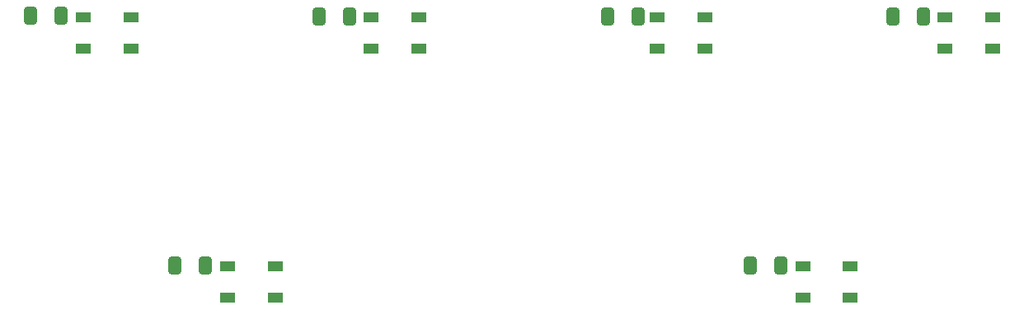
<source format=gtp>
G04 #@! TF.GenerationSoftware,KiCad,Pcbnew,7.0.7*
G04 #@! TF.CreationDate,2024-03-19T10:03:33+01:00*
G04 #@! TF.ProjectId,Poly_UA_controller_6enc_4sw,506f6c79-5f55-4415-9f63-6f6e74726f6c,rev?*
G04 #@! TF.SameCoordinates,Original*
G04 #@! TF.FileFunction,Paste,Top*
G04 #@! TF.FilePolarity,Positive*
%FSLAX46Y46*%
G04 Gerber Fmt 4.6, Leading zero omitted, Abs format (unit mm)*
G04 Created by KiCad (PCBNEW 7.0.7) date 2024-03-19 10:03:33*
%MOMM*%
%LPD*%
G01*
G04 APERTURE LIST*
G04 Aperture macros list*
%AMRoundRect*
0 Rectangle with rounded corners*
0 $1 Rounding radius*
0 $2 $3 $4 $5 $6 $7 $8 $9 X,Y pos of 4 corners*
0 Add a 4 corners polygon primitive as box body*
4,1,4,$2,$3,$4,$5,$6,$7,$8,$9,$2,$3,0*
0 Add four circle primitives for the rounded corners*
1,1,$1+$1,$2,$3*
1,1,$1+$1,$4,$5*
1,1,$1+$1,$6,$7*
1,1,$1+$1,$8,$9*
0 Add four rect primitives between the rounded corners*
20,1,$1+$1,$2,$3,$4,$5,0*
20,1,$1+$1,$4,$5,$6,$7,0*
20,1,$1+$1,$6,$7,$8,$9,0*
20,1,$1+$1,$8,$9,$2,$3,0*%
G04 Aperture macros list end*
%ADD10R,1.500000X1.000000*%
%ADD11RoundRect,0.250000X-0.412500X-0.650000X0.412500X-0.650000X0.412500X0.650000X-0.412500X0.650000X0*%
G04 APERTURE END LIST*
D10*
X176363800Y-107086400D03*
X176363800Y-103886400D03*
X171463800Y-103886400D03*
X171463800Y-107086400D03*
X117308800Y-107035400D03*
X117308800Y-103835400D03*
X112408800Y-103835400D03*
X112408800Y-107035400D03*
X190968800Y-81483000D03*
X190968800Y-78283000D03*
X186068800Y-78283000D03*
X186068800Y-81483000D03*
X161454000Y-81483000D03*
X161454000Y-78283000D03*
X156554000Y-78283000D03*
X156554000Y-81483000D03*
X132040800Y-81483000D03*
X132040800Y-78283000D03*
X127140800Y-78283000D03*
X127140800Y-81483000D03*
X102500600Y-81483000D03*
X102500600Y-78283000D03*
X97600600Y-78283000D03*
X97600600Y-81483000D03*
D11*
X166089800Y-103733600D03*
X169214800Y-103733600D03*
X106984000Y-103784400D03*
X110109000Y-103784400D03*
X180745600Y-78232000D03*
X183870600Y-78232000D03*
X151434000Y-78206600D03*
X154559000Y-78206600D03*
X121817600Y-78232000D03*
X124942600Y-78232000D03*
X92201200Y-78155800D03*
X95326200Y-78155800D03*
M02*

</source>
